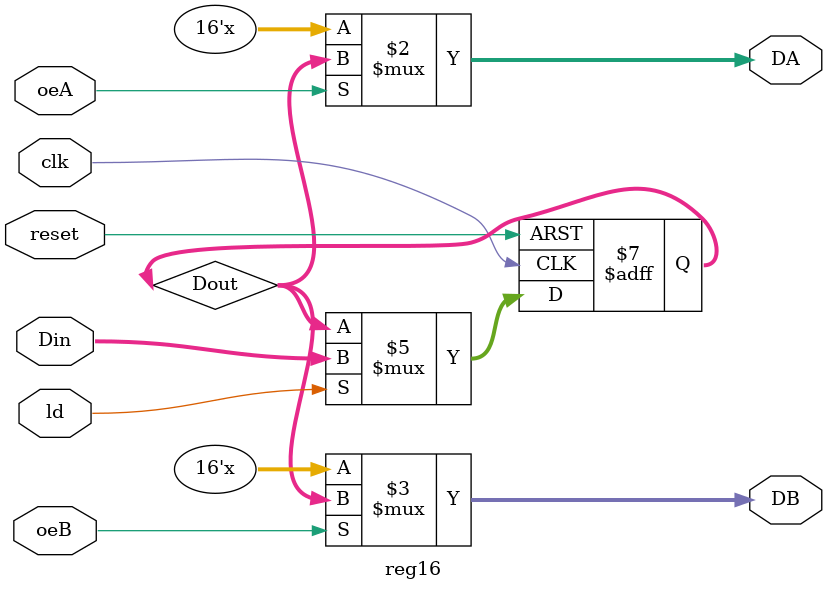
<source format=v>
`timescale 1ns / 1ps
/********************************************************************************
 *
 * Author:   Rosswell Tiongco & Jesus Luciano
 * Email:    rosswelltiongco@gmail.com & jlucian995@gmail.com
 * Filename: reg16.v
 * Date:     December 6, 2017
 * Version:  1.0
 *
 * Description: A 16 bit register with a 16 bit load that outputs  DA or DB 
 * whenever their corresponding inputs are enabled in order to prevent bus 
 * contention.
 *
 *******************************************************************************/
module reg16(clk, reset, ld, Din, DA, DB, oeA, oeB);
    
    //Declare Inputs
    input         clk, reset, ld, oeA, oeB;
    input [15:0]  Din;
    
    //Declare Registers
    reg   [15:0]  Dout;

    //Declare Outputs
    output [15:0] DA, DB;

    //Behavioral section for writing to the register
    always @ ( posedge clk or posedge reset)
      //If reset is asserted, set register to 0
      if(reset)
         Dout <= 16'b0;
      //If reset is unasserted, Dout will load Din whenever the load is active
      else
         if(ld)
            Dout <= Din;
         else
            Dout <= Dout;
    
    //conditional continuous assignments for reading the register with tri-state
    assign DA = oeA ? Dout : 16'hz;
    assign DB = oeB ? Dout : 16'hz;

endmodule

</source>
